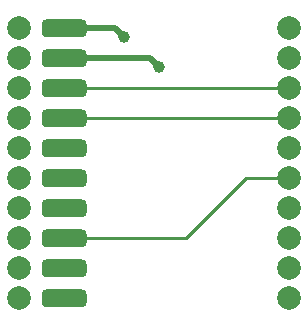
<source format=gtl>
%TF.GenerationSoftware,KiCad,Pcbnew,(5.1.10)-1*%
%TF.CreationDate,2021-06-28T22:20:39+08:00*%
%TF.ProjectId,TTGO-T7-V1.5_BNO085_expansion-board,5454474f-2d54-4372-9d56-312e355f424e,rev?*%
%TF.SameCoordinates,Original*%
%TF.FileFunction,Copper,L1,Top*%
%TF.FilePolarity,Positive*%
%FSLAX46Y46*%
G04 Gerber Fmt 4.6, Leading zero omitted, Abs format (unit mm)*
G04 Created by KiCad (PCBNEW (5.1.10)-1) date 2021-06-28 22:20:39*
%MOMM*%
%LPD*%
G01*
G04 APERTURE LIST*
%TA.AperFunction,ComponentPad*%
%ADD10C,2.000000*%
%TD*%
%TA.AperFunction,ViaPad*%
%ADD11C,1.000000*%
%TD*%
%TA.AperFunction,Conductor*%
%ADD12C,0.250000*%
%TD*%
%TA.AperFunction,Conductor*%
%ADD13C,0.500000*%
%TD*%
G04 APERTURE END LIST*
D10*
%TO.P,T1,20*%
%TO.N,Net-(T1-Pad20)*%
X24130000Y1270000D03*
%TO.P,T1,19*%
%TO.N,Net-(T1-Pad19)*%
X24130000Y3810000D03*
%TO.P,T1,18*%
%TO.N,Net-(T1-Pad18)*%
X24130000Y6350000D03*
%TO.P,T1,17*%
%TO.N,GND*%
X24130000Y8890000D03*
%TO.P,T1,16*%
%TO.N,RST*%
X24130000Y11430000D03*
%TO.P,T1,15*%
%TO.N,Net-(T1-Pad15)*%
X24130000Y13970000D03*
%TO.P,T1,14*%
%TO.N,SDA*%
X24130000Y16510000D03*
%TO.P,T1,13*%
%TO.N,SCL*%
X24130000Y19050000D03*
%TO.P,T1,12*%
%TO.N,Net-(T1-Pad12)*%
X24130000Y21590000D03*
%TO.P,T1,11*%
%TO.N,Net-(T1-Pad11)*%
X24130000Y24130000D03*
%TO.P,T1,10*%
%TO.N,Net-(T1-Pad10)*%
X1270000Y24130000D03*
%TO.P,T1,9*%
%TO.N,Net-(T1-Pad9)*%
X1270000Y21590000D03*
%TO.P,T1,8*%
%TO.N,Net-(T1-Pad8)*%
X1270000Y19050000D03*
%TO.P,T1,7*%
%TO.N,Net-(T1-Pad7)*%
X1270000Y16510000D03*
%TO.P,T1,6*%
%TO.N,Net-(T1-Pad6)*%
X1270000Y13970000D03*
%TO.P,T1,5*%
%TO.N,Net-(T1-Pad5)*%
X1270000Y11430000D03*
%TO.P,T1,4*%
%TO.N,Net-(T1-Pad4)*%
X1270000Y8890000D03*
%TO.P,T1,3*%
%TO.N,3V3*%
X1270000Y6350000D03*
%TO.P,T1,2*%
%TO.N,Net-(T1-Pad2)*%
X1270000Y3810000D03*
%TO.P,T1,1*%
%TO.N,Net-(T1-Pad1)*%
X1270000Y1270000D03*
%TD*%
%TO.P,G1,10*%
%TO.N,Net-(G1-Pad10)*%
%TA.AperFunction,SMDPad,CuDef*%
G36*
G01*
X3175000Y889000D02*
X3175000Y1651000D01*
G75*
G02*
X3556000Y2032000I381000J0D01*
G01*
X6604000Y2032000D01*
G75*
G02*
X6985000Y1651000I0J-381000D01*
G01*
X6985000Y889000D01*
G75*
G02*
X6604000Y508000I-381000J0D01*
G01*
X3556000Y508000D01*
G75*
G02*
X3175000Y889000I0J381000D01*
G01*
G37*
%TD.AperFunction*%
%TO.P,G1,9*%
%TO.N,Net-(G1-Pad9)*%
%TA.AperFunction,SMDPad,CuDef*%
G36*
G01*
X3175000Y3429000D02*
X3175000Y4191000D01*
G75*
G02*
X3556000Y4572000I381000J0D01*
G01*
X6604000Y4572000D01*
G75*
G02*
X6985000Y4191000I0J-381000D01*
G01*
X6985000Y3429000D01*
G75*
G02*
X6604000Y3048000I-381000J0D01*
G01*
X3556000Y3048000D01*
G75*
G02*
X3175000Y3429000I0J381000D01*
G01*
G37*
%TD.AperFunction*%
%TO.P,G1,8*%
%TO.N,RST*%
%TA.AperFunction,SMDPad,CuDef*%
G36*
G01*
X3175000Y5969000D02*
X3175000Y6731000D01*
G75*
G02*
X3556000Y7112000I381000J0D01*
G01*
X6604000Y7112000D01*
G75*
G02*
X6985000Y6731000I0J-381000D01*
G01*
X6985000Y5969000D01*
G75*
G02*
X6604000Y5588000I-381000J0D01*
G01*
X3556000Y5588000D01*
G75*
G02*
X3175000Y5969000I0J381000D01*
G01*
G37*
%TD.AperFunction*%
%TO.P,G1,7*%
%TO.N,Net-(G1-Pad7)*%
%TA.AperFunction,SMDPad,CuDef*%
G36*
G01*
X3175000Y8509000D02*
X3175000Y9271000D01*
G75*
G02*
X3556000Y9652000I381000J0D01*
G01*
X6604000Y9652000D01*
G75*
G02*
X6985000Y9271000I0J-381000D01*
G01*
X6985000Y8509000D01*
G75*
G02*
X6604000Y8128000I-381000J0D01*
G01*
X3556000Y8128000D01*
G75*
G02*
X3175000Y8509000I0J381000D01*
G01*
G37*
%TD.AperFunction*%
%TO.P,G1,6*%
%TO.N,Net-(G1-Pad6)*%
%TA.AperFunction,SMDPad,CuDef*%
G36*
G01*
X3175000Y11049000D02*
X3175000Y11811000D01*
G75*
G02*
X3556000Y12192000I381000J0D01*
G01*
X6604000Y12192000D01*
G75*
G02*
X6985000Y11811000I0J-381000D01*
G01*
X6985000Y11049000D01*
G75*
G02*
X6604000Y10668000I-381000J0D01*
G01*
X3556000Y10668000D01*
G75*
G02*
X3175000Y11049000I0J381000D01*
G01*
G37*
%TD.AperFunction*%
%TO.P,G1,5*%
%TO.N,Net-(G1-Pad5)*%
%TA.AperFunction,SMDPad,CuDef*%
G36*
G01*
X3175000Y13589000D02*
X3175000Y14351000D01*
G75*
G02*
X3556000Y14732000I381000J0D01*
G01*
X6604000Y14732000D01*
G75*
G02*
X6985000Y14351000I0J-381000D01*
G01*
X6985000Y13589000D01*
G75*
G02*
X6604000Y13208000I-381000J0D01*
G01*
X3556000Y13208000D01*
G75*
G02*
X3175000Y13589000I0J381000D01*
G01*
G37*
%TD.AperFunction*%
%TO.P,G1,4*%
%TO.N,SDA*%
%TA.AperFunction,SMDPad,CuDef*%
G36*
G01*
X3175000Y16129000D02*
X3175000Y16891000D01*
G75*
G02*
X3556000Y17272000I381000J0D01*
G01*
X6604000Y17272000D01*
G75*
G02*
X6985000Y16891000I0J-381000D01*
G01*
X6985000Y16129000D01*
G75*
G02*
X6604000Y15748000I-381000J0D01*
G01*
X3556000Y15748000D01*
G75*
G02*
X3175000Y16129000I0J381000D01*
G01*
G37*
%TD.AperFunction*%
%TO.P,G1,3*%
%TO.N,SCL*%
%TA.AperFunction,SMDPad,CuDef*%
G36*
G01*
X3175000Y18669000D02*
X3175000Y19431000D01*
G75*
G02*
X3556000Y19812000I381000J0D01*
G01*
X6604000Y19812000D01*
G75*
G02*
X6985000Y19431000I0J-381000D01*
G01*
X6985000Y18669000D01*
G75*
G02*
X6604000Y18288000I-381000J0D01*
G01*
X3556000Y18288000D01*
G75*
G02*
X3175000Y18669000I0J381000D01*
G01*
G37*
%TD.AperFunction*%
%TO.P,G1,2*%
%TO.N,GND*%
%TA.AperFunction,SMDPad,CuDef*%
G36*
G01*
X3175000Y21209000D02*
X3175000Y21971000D01*
G75*
G02*
X3556000Y22352000I381000J0D01*
G01*
X6604000Y22352000D01*
G75*
G02*
X6985000Y21971000I0J-381000D01*
G01*
X6985000Y21209000D01*
G75*
G02*
X6604000Y20828000I-381000J0D01*
G01*
X3556000Y20828000D01*
G75*
G02*
X3175000Y21209000I0J381000D01*
G01*
G37*
%TD.AperFunction*%
%TO.P,G1,1*%
%TO.N,3V3*%
%TA.AperFunction,SMDPad,CuDef*%
G36*
G01*
X3175000Y23749000D02*
X3175000Y24511000D01*
G75*
G02*
X3556000Y24892000I381000J0D01*
G01*
X6604000Y24892000D01*
G75*
G02*
X6985000Y24511000I0J-381000D01*
G01*
X6985000Y23749000D01*
G75*
G02*
X6604000Y23368000I-381000J0D01*
G01*
X3556000Y23368000D01*
G75*
G02*
X3175000Y23749000I0J381000D01*
G01*
G37*
%TD.AperFunction*%
%TD*%
D11*
%TO.N,GND*%
X13081000Y20828000D03*
%TO.N,3V3*%
X10160000Y23368000D03*
%TD*%
D12*
%TO.N,RST*%
X5080000Y6350000D02*
X15367000Y6350000D01*
X20447000Y11430000D02*
X24130000Y11430000D01*
X15367000Y6350000D02*
X20447000Y11430000D01*
%TO.N,SDA*%
X5080000Y16510000D02*
X24130000Y16510000D01*
%TO.N,SCL*%
X5080000Y19050000D02*
X24130000Y19050000D01*
D13*
%TO.N,GND*%
X12319000Y21590000D02*
X13081000Y20828000D01*
X5080000Y21590000D02*
X12319000Y21590000D01*
%TO.N,3V3*%
X9398000Y24130000D02*
X5080000Y24130000D01*
X10160000Y23368000D02*
X9398000Y24130000D01*
%TD*%
M02*

</source>
